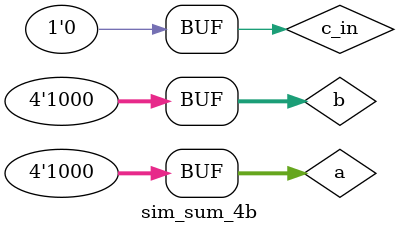
<source format=v>
`timescale 1ns / 1ps


module sim_sum_4b();
    reg[3:0] a, b;
    reg c_in;
    wire[3:0] sum;
    wire P, G;

    
    sum_4b sumator(a[3:0], b[3:0], c_in, sum[3:0], P, G);
    
    initial begin
        a = 4'b1000; b = 4'b1000;
        c_in = 0;
    end
endmodule

</source>
